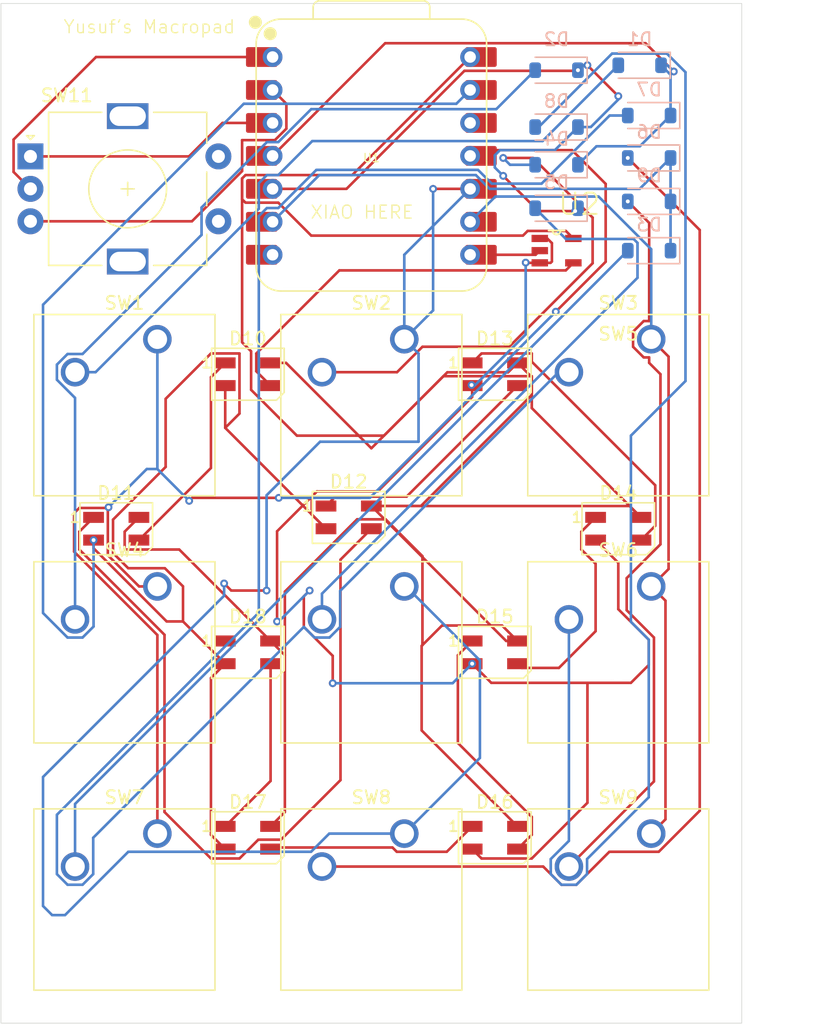
<source format=kicad_pcb>
(kicad_pcb (version 20241229) (generator "pcbnew") (generator_version "9.0")
  (layers (0 "F.Cu" signal) (2 "B.Cu" signal) (13 "F.Paste" user) (15 "B.Paste" user) (5 "F.SilkS" user "F.Silkscreen") (7 "B.SilkS" user "B.Silkscreen") (1 "F.Mask" user) (3 "B.Mask" user) (25 "Edge.Cuts" user))
  (net 0 "")
  (net 1 "Net-(D1-K)")
  (net 2 "Net-(D1-A)")
  (net 3 "Net-(D2-A)")
  (net 4 "Net-(D2-K)")
  (net 5 "Net-(D3-A)")
  (net 6 "Net-(D3-K)")
  (net 7 "Net-(D4-A)")
  (net 8 "Net-(D5-A)")
  (net 9 "Net-(D6-A)")
  (net 10 "Net-(D7-A)")
  (net 11 "Net-(D8-A)")
  (net 12 "Net-(D9-A)")
  (net 13 "Net-(D10-DOUT)")
  (net 14 "GND")
  (net 15 "Net-(D10-DIN)")
  (net 16 "+5V")
  (net 17 "Net-(D11-DOUT)")
  (net 18 "Net-(D12-DOUT)")
  (net 19 "Net-(D13-DOUT)")
  (net 20 "Net-(D14-DOUT)")
  (net 21 "Net-(D15-DOUT)")
  (net 22 "Net-(D16-DOUT)")
  (net 23 "Net-(D17-DOUT)")
  (net 25 "Net-(U1-GPIO3{slash}MOSI)")
  (net 26 "Net-(U1-GPIO4{slash}MISO)")
  (net 27 "Net-(U1-GPIO2{slash}SCK)")
  (net 28 "Net-(U1-GPIO27{slash}ADC1{slash}A1)")
  (net 29 "Net-(U1-GPIO26{slash}ADC0{slash}A0)")
  (net 30 "Net-(U1-GPIO28{slash}ADC2{slash}A2)")
  (net 31 "Net-(U1-GPIO1{slash}RX)")
  (net 33 "+3V3")
  (footprint "Button_Switch_Keyboard:SW_Cherry_MX_1.00u_PCB" (layer "F.Cu") (at 83.5025 59.21375)
    (property "Reference" "SW4")
    (property "Value" "SW_Push")
  )
  (footprint "Button_Switch_Keyboard:SW_Cherry_MX_1.00u_PCB" (layer "F.Cu") (at 102.5525 78.26375)
    (property "Reference" "SW8")
    (property "Value" "SW_Push")
  )
  (footprint "Button_Switch_Keyboard:SW_Cherry_MX_1.00u_PCB" (layer "F.Cu") (at 102.5525 59.21375)
    (property "Reference" "SW5")
    (property "Value" "SW_Push")
  )
  (footprint "LED_SMD:LED_SK6812MINI_PLCC4_3.5x3.5mm_P1.75mm" (layer "F.Cu") (at 90.4875 64.29375)
    (property "Reference" "D18")
    (property "Value" "SK6812MINI")
  )
  (footprint "rot:RotaryEncoder_Alps_EC11E-Switch_Vertical_H20mm" (layer "F.Cu") (at 73.7125 26.075)
    (property "Reference" "SW11")
    (property "Value" "RotaryEncoder")
  )
  (footprint "Button_Switch_Keyboard:SW_Cherry_MX_1.00u_PCB" (layer "F.Cu") (at 121.6025 59.21375)
    (property "Reference" "SW6")
    (property "Value" "SW_Push")
  )
  (footprint "LED_SMD:LED_SK6812MINI_PLCC4_3.5x3.5mm_P1.75mm" (layer "F.Cu") (at 98.2625 53.89375)
    (property "Reference" "D12")
    (property "Value" "SK6812MINI")
  )
  (footprint "Button_Switch_Keyboard:SW_Cherry_MX_1.00u_PCB" (layer "F.Cu") (at 121.6025 40.16375)
    (property "Reference" "SW3")
    (property "Value" "SW_Push")
  )
  (footprint "Button_Switch_Keyboard:SW_Cherry_MX_1.00u_PCB" (layer "F.Cu") (at 83.5025 40.16375)
    (property "Reference" "SW1")
    (property "Value" "SW_Push")
  )
  (footprint "LED_SMD:LED_SK6812MINI_PLCC4_3.5x3.5mm_P1.75mm" (layer "F.Cu") (at 109.5375 42.8625)
    (property "Reference" "D13")
    (property "Value" "SK6812MINI")
  )
  (footprint "LED_SMD:LED_SK6812MINI_PLCC4_3.5x3.5mm_P1.75mm" (layer "F.Cu") (at 90.4875 78.58125)
    (property "Reference" "D17")
    (property "Value" "SK6812MINI")
  )
  (footprint "LED_SMD:LED_SK6812MINI_PLCC4_3.5x3.5mm_P1.75mm" (layer "F.Cu") (at 109.5375 64.29375)
    (property "Reference" "D15")
    (property "Value" "SK6812MINI")
  )
  (footprint "LED_SMD:LED_SK6812MINI_PLCC4_3.5x3.5mm_P1.75mm" (layer "F.Cu") (at 109.5375 78.58125)
    (property "Reference" "D16")
    (property "Value" "SK6812MINI")
  )
  (footprint "Button_Switch_Keyboard:SW_Cherry_MX_1.00u_PCB" (layer "F.Cu") (at 83.5025 78.26375)
    (property "Reference" "SW7")
    (property "Value" "SW_Push")
  )
  (footprint "OPL:XIAO-RP2040-DIP" (layer "F.Cu") (at 100.0125 26.035)
    (property "Reference" "U1")
    (property "Value" "XIAO-RP2040-DIP")
  )
  (footprint "Button_Switch_Keyboard:SW_Cherry_MX_1.00u_PCB" (layer "F.Cu") (at 102.5525 40.16375)
    (property "Reference" "SW2")
    (property "Value" "SW_Push")
  )
  (footprint "thing:SOT95P280X140-5N" (layer "F.Cu") (at 114.3 33.3375)
    (property "Reference" "U2")
    (property "Value" "74AHC1G125")
  )
  (footprint "LED_SMD:LED_SK6812MINI_PLCC4_3.5x3.5mm_P1.75mm" (layer "F.Cu") (at 80.33125 54.76875)
    (property "Reference" "D11")
    (property "Value" "SK6812MINI")
  )
  (footprint "LED_SMD:LED_SK6812MINI_PLCC4_3.5x3.5mm_P1.75mm" (layer "F.Cu") (at 90.4875 42.8625)
    (property "Reference" "D10")
    (property "Value" "SK6812MINI")
  )
  (footprint "Button_Switch_Keyboard:SW_Cherry_MX_1.00u_PCB" (layer "F.Cu") (at 121.6025 78.26375)
    (property "Reference" "SW9")
    (property "Value" "SW_Push")
  )
  (footprint "LED_SMD:LED_SK6812MINI_PLCC4_3.5x3.5mm_P1.75mm" (layer "F.Cu") (at 119.0625 54.76875)
    (property "Reference" "D14")
    (property "Value" "SK6812MINI")
  )
  (footprint "Diode_SMD:D_SOD-123" (layer "B.Cu") (at 121.44375 26.19375 180)
    (property "Reference" "D6")
    (property "Value" "1N4148W")
  )
  (footprint "Diode_SMD:D_SOD-123" (layer "B.Cu") (at 114.3 23.8125 180)
    (property "Reference" "D8")
    (property "Value" "1N4148W")
  )
  (footprint "Diode_SMD:D_SOD-123" (layer "B.Cu") (at 114.3 26.71875 180)
    (property "Reference" "D4")
    (property "Value" "1N4148W")
  )
  (footprint "Diode_SMD:D_SOD-123" (layer "B.Cu") (at 114.3 19.43125 180)
    (property "Reference" "D2")
    (property "Value" "1N4148W")
  )
  (footprint "Diode_SMD:D_SOD-123" (layer "B.Cu") (at 121.44375 29.54375 180)
    (property "Reference" "D9")
    (property "Value" "1N4148W")
  )
  (footprint "Diode_SMD:D_SOD-123" (layer "B.Cu") (at 114.3 30.06875 180)
    (property "Reference" "D5")
    (property "Value" "1N4148W")
  )
  (footprint "Diode_SMD:D_SOD-123" (layer "B.Cu") (at 120.7125 19.05 180)
    (property "Reference" "D1")
    (property "Value" "1N4148W")
  )
  (footprint "Diode_SMD:D_SOD-123" (layer "B.Cu") (at 121.44375 22.92375 180)
    (property "Reference" "D7")
    (property "Value" "1N4148W")
  )
  (footprint "Diode_SMD:D_SOD-123" (layer "B.Cu") (at 121.44375 33.3375 180)
    (property "Reference" "D3")
    (property "Value" "1N4148W")
  )
  (gr_rect (start 71.4375 14.2875) (end 128.5875 92.86875) (stroke (width 0.05)) (fill no) (layer "Edge.Cuts"))
  (gr_text "Yusuf's Macropad" (at 76.2 16.66875 0) (layer "F.SilkS") (effects (font (size 1 1) (thickness 0.1)) (justify left bottom)))
  (gr_text "XIAO HERE" (at 95.25 30.95625 0) (layer "F.SilkS") (effects (font (size 1 1) (thickness 0.1)) (justify left bottom)))
  (segment (start 101.0755 17.352) (end 121.16608 17.352) (width 0.2) (layer "F.Cu") (net 1))
  (segment (start 92.3925 26.035) (end 101.0755 17.352) (width 0.2) (layer "F.Cu") (net 1))
  (segment (start 121.16608 17.352) (end 123.34454 19.53046) (width 0.2) (layer "F.Cu") (net 1))
  (via (at 123.34454 19.53046) (size 0.6) (drill 0.3) (layers "F.Cu" "B.Cu") (net 1))
  (segment (start 122.3625 19.05) (end 122.86408 19.05) (width 0.2) (layer "B.Cu") (net 1))
  (segment (start 115.95 26.71875) (end 117.376 25.29275) (width 0.2) (layer "B.Cu") (net 1))
  (segment (start 120.72475 25.29275) (end 123.09375 22.92375) (width 0.2) (layer "B.Cu") (net 1))
  (segment (start 117.376 25.29275) (end 120.72475 25.29275) (width 0.2) (layer "B.Cu") (net 1))
  (segment (start 123.09375 22.92375) (end 123.09375 19.78125) (width 0.2) (layer "B.Cu") (net 1))
  (segment (start 122.86408 19.05) (end 123.34454 19.53046) (width 0.2) (layer "B.Cu") (net 1))
  (segment (start 123.09375 19.78125) (end 122.3625 19.05) (width 0.2) (layer "B.Cu") (net 1))
  (segment (start 91.3295 28.13469) (end 91.3295 30.10759) (width 0.2) (layer "B.Cu") (net 2))
  (segment (start 113.22075 24.89175) (end 95.45306 24.89175) (width 0.2) (layer "B.Cu") (net 2))
  (segment (start 119.0625 19.05) (end 113.22075 24.89175) (width 0.2) (layer "B.Cu") (net 2))
  (segment (start 91.3295 30.10759) (end 78.73334 42.70375) (width 0.2) (layer "B.Cu") (net 2))
  (segment (start 92.83281 27.512) (end 91.95219 27.512) (width 0.2) (layer "B.Cu") (net 2))
  (segment (start 91.95219 27.512) (end 91.3295 28.13469) (width 0.2) (layer "B.Cu") (net 2))
  (segment (start 95.45306 24.89175) (end 92.83281 27.512) (width 0.2) (layer "B.Cu") (net 2))
  (segment (start 78.73334 42.70375) (end 77.1525 42.70375) (width 0.2) (layer "B.Cu") (net 2))
  (segment (start 112.65 19.43125) (end 109.64925 22.432) (width 0.2) (layer "B.Cu") (net 3))
  (segment (start 86.9115 30.01269) (end 86.9115 32.124064) (width 0.2) (layer "B.Cu") (net 3))
  (segment (start 75.7515 43.284064) (end 77.1525 44.685064) (width 0.2) (layer "B.Cu") (net 3))
  (segment (start 91.95219 24.972) (end 86.9115 30.01269) (width 0.2) (layer "B.Cu") (net 3))
  (segment (start 75.7515 42.123436) (end 75.7515 43.284064) (width 0.2) (layer "B.Cu") (net 3))
  (segment (start 76.572186 41.30275) (end 75.7515 42.123436) (width 0.2) (layer "B.Cu") (net 3))
  (segment (start 77.732814 41.30275) (end 76.572186 41.30275) (width 0.2) (layer "B.Cu") (net 3))
  (segment (start 109.64925 22.432) (end 95.37281 22.432) (width 0.2) (layer "B.Cu") (net 3))
  (segment (start 77.1525 44.685064) (end 77.1525 61.75375) (width 0.2) (layer "B.Cu") (net 3))
  (segment (start 95.37281 22.432) (end 92.83281 24.972) (width 0.2) (layer "B.Cu") (net 3))
  (segment (start 86.9115 32.124064) (end 77.732814 41.30275) (width 0.2) (layer "B.Cu") (net 3))
  (segment (start 92.83281 24.972) (end 91.95219 24.972) (width 0.2) (layer "B.Cu") (net 3))
  (segment (start 115.90325 19.478) (end 115.95 19.43125) (width 0.2) (layer "F.Cu") (net 4))
  (segment (start 107.19219 19.478) (end 115.90325 19.478) (width 0.2) (layer "F.Cu") (net 4))
  (segment (start 116.68125 19.05) (end 119.0625 21.43125) (width 0.2) (layer "F.Cu") (net 4))
  (segment (start 98.09519 28.575) (end 107.19219 19.478) (width 0.2) (layer "F.Cu") (net 4))
  (segment (start 112.89709 30.28759) (end 115.73116 30.28759) (width 0.2) (layer "F.Cu") (net 4))
  (segment (start 92.3925 28.575) (end 98.09519 28.575) (width 0.2) (layer "F.Cu") (net 4))
  (segment (start 110.1835 27.574) (end 112.89709 30.28759) (width 0.2) (layer "F.Cu") (net 4))
  (via (at 116.68125 19.05) (size 0.6) (drill 0.3) (layers "F.Cu" "B.Cu") (net 4))
  (via (at 115.73116 30.28759) (size 0.6) (drill 0.3) (layers "F.Cu" "B.Cu") (net 4))
  (via (at 119.0625 21.43125) (size 0.6) (drill 0.3) (layers "F.Cu" "B.Cu") (net 4))
  (via (at 110.1835 27.574) (size 0.6) (drill 0.3) (layers "F.Cu" "B.Cu") (net 4))
  (via (at 115.95 19.43125) (size 0.6) (drill 0.3) (layers "F.Cu" "B.Cu") (net 4))
  (segment (start 109.5375 26.928) (end 110.1835 27.574) (width 0.2) (layer "B.Cu") (net 4))
  (segment (start 116.68125 19.05) (end 116.33125 19.05) (width 0.2) (layer "B.Cu") (net 4))
  (segment (start 119.0625 21.43125) (end 119.0625 21.68904) (width 0.2) (layer "B.Cu") (net 4))
  (segment (start 119.0625 21.68904) (end 116.93904 23.8125) (width 0.2) (layer "B.Cu") (net 4))
  (segment (start 116.33125 19.05) (end 115.95 19.43125) (width 0.2) (layer "B.Cu") (net 4))
  (segment (start 109.5375 25.989807) (end 109.5375 26.928) (width 0.2) (layer "B.Cu") (net 4))
  (segment (start 109.934557 25.59275) (end 109.5375 25.989807) (width 0.2) (layer "B.Cu") (net 4))
  (segment (start 116.93904 23.8125) (end 115.95 23.8125) (width 0.2) (layer "B.Cu") (net 4))
  (segment (start 115.95 23.8125) (end 114.16975 25.59275) (width 0.2) (layer "B.Cu") (net 4))
  (segment (start 114.16975 25.59275) (end 109.934557 25.59275) (width 0.2) (layer "B.Cu") (net 4))
  (segment (start 77.1525 75.97875) (end 77.1525 80.80375) (width 0.2) (layer "B.Cu") (net 5))
  (segment (start 119.79375 33.3375) (end 77.1525 75.97875) (width 0.2) (layer "B.Cu") (net 5))
  (segment (start 120.7125 28.575) (end 109.13581 28.575) (width 0.2) (layer "B.Cu") (net 6))
  (segment (start 123.09375 29.54375) (end 123.09375 26.19375) (width 0.2) (layer "B.Cu") (net 6))
  (segment (start 109.13581 28.575) (end 108.07281 27.512) (width 0.2) (layer "B.Cu") (net 6))
  (segment (start 123.09375 26.19375) (end 120.7125 28.575) (width 0.2) (layer "B.Cu") (net 6))
  (segment (start 123.09375 33.3375) (end 123.09375 29.54375) (width 0.2) (layer "B.Cu") (net 6))
  (segment (start 108.07281 27.512) (end 95.9955 27.512) (width 0.2) (layer "B.Cu") (net 6))
  (segment (start 95.9955 27.512) (end 92.3925 31.115) (width 0.2) (layer "B.Cu") (net 6))
  (segment (start 101.993814 42.70375) (end 96.2025 42.70375) (width 0.2) (layer "F.Cu") (net 7))
  (segment (start 112.48585 26.19375) (end 117.08225 30.79015) (width 0.2) (layer "F.Cu") (net 7))
  (segment (start 110.1835 26.19375) (end 112.48585 26.19375) (width 0.2) (layer "F.Cu") (net 7))
  (segment (start 117.08225 34.30685) (end 110.645036 40.744064) (width 0.2) (layer "F.Cu") (net 7))
  (segment (start 110.645036 40.744064) (end 103.9535 40.744064) (width 0.2) (layer "F.Cu") (net 7))
  (segment (start 103.9535 40.744064) (end 101.993814 42.70375) (width 0.2) (layer "F.Cu") (net 7))
  (segment (start 117.08225 30.79015) (end 117.08225 34.30685) (width 0.2) (layer "F.Cu") (net 7))
  (via (at 110.1835 26.19375) (size 0.6) (drill 0.3) (layers "F.Cu" "B.Cu") (net 7))
  (segment (start 112.65 26.71875) (end 110.7085 26.71875) (width 0.2) (layer "B.Cu") (net 7))
  (segment (start 110.7085 26.71875) (end 110.1835 26.19375) (width 0.2) (layer "B.Cu") (net 7))
  (segment (start 120.54475 35.430186) (end 96.2025 59.772436) (width 0.2) (layer "B.Cu") (net 8))
  (segment (start 96.2025 59.772436) (end 96.2025 61.75375) (width 0.2) (layer "B.Cu") (net 8))
  (segment (start 120.24286 32.4365) (end 120.54475 32.73839) (width 0.2) (layer "B.Cu") (net 8))
  (segment (start 120.54475 32.73839) (end 120.54475 35.430186) (width 0.2) (layer "B.Cu") (net 8))
  (segment (start 112.65 30.06875) (end 115.01775 32.4365) (width 0.2) (layer "B.Cu") (net 8))
  (segment (start 115.01775 32.4365) (end 120.24286 32.4365) (width 0.2) (layer "B.Cu") (net 8))
  (segment (start 114.672186 82.20475) (end 115.832814 82.20475) (width 0.2) (layer "F.Cu") (net 9))
  (segment (start 115.832814 82.20475) (end 118.372814 79.66475) (width 0.2) (layer "F.Cu") (net 9))
  (segment (start 118.372814 79.66475) (end 122.182814 79.66475) (width 0.2) (layer "F.Cu") (net 9))
  (segment (start 122.182814 79.66475) (end 125.3435 76.504064) (width 0.2) (layer "F.Cu") (net 9))
  (segment (start 125.3435 76.504064) (end 125.3435 31.7435) (width 0.2) (layer "F.Cu") (net 9))
  (segment (start 113.271186 80.80375) (end 114.672186 82.20475) (width 0.2) (layer "F.Cu") (net 9))
  (segment (start 96.2025 80.80375) (end 113.271186 80.80375) (width 0.2) (layer "F.Cu") (net 9))
  (segment (start 125.3435 31.7435) (end 119.79375 26.19375) (width 0.2) (layer "F.Cu") (net 9))
  (via (at 119.79375 26.19375) (size 0.6) (drill 0.3) (layers "F.Cu" "B.Cu") (net 9))
  (segment (start 108.23891 27.111) (end 95.77381 27.111) (width 0.2) (layer "B.Cu") (net 10))
  (segment (start 97.6035 59.559) (end 114.45875 42.70375) (width 0.2) (layer "B.Cu") (net 10))
  (segment (start 78.5535 81.384064) (end 78.5535 78.582064) (width 0.2) (layer "B.Cu") (net 10))
  (segment (start 95.77381 27.111) (end 92.83281 30.052) (width 0.2) (layer "B.Cu") (net 10))
  (segment (start 114.45875 42.70375) (end 115.2525 42.70375) (width 0.2) (layer "B.Cu") (net 10))
  (segment (start 75.7515 81.384064) (end 76.572186 82.20475) (width 0.2) (layer "B.Cu") (net 10))
  (segment (start 113.14464 28.174) (end 109.30191 28.174) (width 0.2) (layer "B.Cu") (net 10))
  (segment (start 95.622186 63.15475) (end 96.782814 63.15475) (width 0.2) (layer "B.Cu") (net 10))
  (segment (start 94.8015 62.334064) (end 95.622186 63.15475) (width 0.2) (layer "B.Cu") (net 10))
  (segment (start 91.3295 61.23465) (end 75.7515 76.81265) (width 0.2) (layer "B.Cu") (net 10))
  (segment (start 75.7515 76.81265) (end 75.7515 81.384064) (width 0.2) (layer "B.Cu") (net 10))
  (segment (start 77.732814 82.20475) (end 78.5535 81.384064) (width 0.2) (layer "B.Cu") (net 10))
  (segment (start 119.79375 22.92375) (end 118.39489 22.92375) (width 0.2) (layer "B.Cu") (net 10))
  (segment (start 109.30191 28.174) (end 108.23891 27.111) (width 0.2) (layer "B.Cu") (net 10))
  (segment (start 97.6035 62.334064) (end 97.6035 59.559) (width 0.2) (layer "B.Cu") (net 10))
  (segment (start 91.3295 30.67469) (end 91.3295 61.23465) (width 0.2) (layer "B.Cu") (net 10))
  (segment (start 96.782814 63.15475) (end 97.6035 62.334064) (width 0.2) (layer "B.Cu") (net 10))
  (segment (start 91.95219 30.052) (end 91.3295 30.67469) (width 0.2) (layer "B.Cu") (net 10))
  (segment (start 76.572186 82.20475) (end 77.732814 82.20475) (width 0.2) (layer "B.Cu") (net 10))
  (segment (start 78.5535 78.582064) (end 94.8015 62.334064) (width 0.2) (layer "B.Cu") (net 10))
  (segment (start 92.83281 30.052) (end 91.95219 30.052) (width 0.2) (layer "B.Cu") (net 10))
  (segment (start 118.39489 22.92375) (end 113.14464 28.174) (width 0.2) (layer "B.Cu") (net 10))
  (segment (start 118.58236 18.149) (end 122.81161 18.149) (width 0.2) (layer "B.Cu") (net 11))
  (segment (start 120.036316 47.59475) (end 120.036316 61.94275) (width 0.2) (layer "B.Cu") (net 11))
  (segment (start 112.65 23.8125) (end 112.91886 23.8125) (width 0.2) (layer "B.Cu") (net 11))
  (segment (start 124.24575 43.385316) (end 120.036316 47.59475) (width 0.2) (layer "B.Cu") (net 11))
  (segment (start 113.8515 81.384064) (end 113.8515 80.223436) (width 0.2) (layer "B.Cu") (net 11))
  (segment (start 112.91886 23.8125) (end 118.58236 18.149) (width 0.2) (layer "B.Cu") (net 11))
  (segment (start 115.2525 78.822436) (end 115.2525 61.75375) (width 0.2) (layer "B.Cu") (net 11))
  (segment (start 121.4135 63.319934) (end 121.4135 75.463436) (width 0.2) (layer "B.Cu") (net 11))
  (segment (start 124.24575 19.58314) (end 124.24575 43.385316) (width 0.2) (layer "B.Cu") (net 11))
  (segment (start 116.6535 80.223436) (end 116.6535 81.384064) (width 0.2) (layer "B.Cu") (net 11))
  (segment (start 122.81161 18.149) (end 124.24575 19.58314) (width 0.2) (layer "B.Cu") (net 11))
  (segment (start 115.832814 82.20475) (end 114.672186 82.20475) (width 0.2) (layer "B.Cu") (net 11))
  (segment (start 120.036316 61.94275) (end 121.4135 63.319934) (width 0.2) (layer "B.Cu") (net 11))
  (segment (start 113.8515 80.223436) (end 115.2525 78.822436) (width 0.2) (layer "B.Cu") (net 11))
  (segment (start 116.6535 81.384064) (end 115.832814 82.20475) (width 0.2) (layer "B.Cu") (net 11))
  (segment (start 121.4135 75.463436) (end 116.6535 80.223436) (width 0.2) (layer "B.Cu") (net 11))
  (segment (start 114.672186 82.20475) (end 113.8515 81.384064) (width 0.2) (layer "B.Cu") (net 11))
  (segment (start 120.2015 40.744064) (end 120.2015 39.583436) (width 0.2) (layer "F.Cu") (net 12))
  (segment (start 121.022186 38.76275) (end 121.44375 38.76275) (width 0.2) (layer "F.Cu") (net 12))
  (segment (start 121.8145 63.153834) (end 119.7115 61.050834) (width 0.2) (layer "F.Cu") (net 12))
  (segment (start 122.3145 55.96875) (end 122.3145 42.857064) (width 0.2) (layer "F.Cu") (net 12))
  (segment (start 121.44375 31.19375) (end 119.79375 29.54375) (width 0.2) (layer "F.Cu") (net 12))
  (segment (start 121.44375 41.986314) (end 121.44375 41.56475) (width 0.2) (layer "F.Cu") (net 12))
  (segment (start 121.022186 41.56475) (end 120.2015 40.744064) (width 0.2) (layer "F.Cu") (net 12))
  (segment (start 121.44375 41.56475) (end 121.022186 41.56475) (width 0.2) (layer "F.Cu") (net 12))
  (segment (start 121.44375 38.76275) (end 121.44375 31.19375) (width 0.2) (layer "F.Cu") (net 12))
  (segment (start 119.7115 61.050834) (end 119.7115 58.57175) (width 0.2) (layer "F.Cu") (net 12))
  (segment (start 121.8145 74.24175) (end 121.8145 63.153834) (width 0.2) (layer "F.Cu") (net 12))
  (segment (start 119.7115 58.57175) (end 122.3145 55.96875) (width 0.2) (layer "F.Cu") (net 12))
  (segment (start 115.2525 80.80375) (end 121.8145 74.24175) (width 0.2) (layer "F.Cu") (net 12))
  (segment (start 122.3145 42.857064) (end 121.44375 41.986314) (width 0.2) (layer "F.Cu") (net 12))
  (segment (start 120.2015 39.583436) (end 121.022186 38.76275) (width 0.2) (layer "F.Cu") (net 12))
  (via (at 119.79375 29.54375) (size 0.6) (drill 0.3) (layers "F.Cu" "B.Cu") (net 12))
  (segment (start 87.6365 50.0885) (end 82.08125 55.64375) (width 0.2) (layer "F.Cu") (net 13))
  (segment (start 88.7375 41.9875) (end 87.6365 43.0885) (width 0.2) (layer "F.Cu") (net 13))
  (segment (start 87.6365 43.0885) (end 87.6365 50.0885) (width 0.2) (layer "F.Cu") (net 13))
  (segment (start 107.7875 44.6125) (end 100.50825 51.89175) (width 0.2) (layer "F.Cu") (net 14))
  (segment (start 85.48125 61.9125) (end 85.48125 59.211186) (width 0.2) (layer "F.Cu") (net 14))
  (segment (start 113.8396 34.2773) (end 113.0046 34.2773) (width 0.2) (layer "F.Cu") (net 14))
  (segment (start 111.93835 34.2773) (end 111.91875 34.2577) (width 0.2) (layer "F.Cu") (net 14))
  (segment (start 113.0046 32.3977) (end 113.5812 32.3977) (width 0.2) (layer "F.Cu") (net 14))
  (segment (start 80.08325 56.641614) (end 80.08325 54.06475) (width 0.2) (layer "F.Cu") (net 14))
  (segment (start 121.4135 65.267566) (end 120.036316 66.64475) (width 0.2) (layer "F.Cu") (net 14))
  (segment (start 87.6365 66.26975) (end 87.6365 78.35525) (width 0.2) (layer "F.Cu") (net 14))
  (segment (start 88.7375 65.16875) (end 87.6365 66.26975) (width 0.2) (layer "F.Cu") (net 14))
  (segment (start 84.219936 61.9125) (end 78.58125 56.273814) (width 0.2) (layer "F.Cu") (net 14))
  (segment (start 113.9406 34.1763) (end 113.8396 34.2773) (width 0.2) (layer "F.Cu") (net 14))
  (segment (start 96.5125 54.76875) (end 88.7375 46.99375) (width 0.2) (layer "F.Cu") (net 14))
  (segment (start 121.4135 63.319934) (end 121.4135 65.267566) (width 0.2) (layer "F.Cu") (net 14))
  (segment (start 89.8385 45.89275) (end 88.7375 46.99375) (width 0.2) (layer "F.Cu") (net 14))
  (segment (start 84.082814 57.81275) (end 81.254386 57.81275) (width 0.2) (layer "F.Cu") (net 14))
  (segment (start 94.8015 62.334064) (end 97.03125 64.563814) (width 0.2) (layer "F.Cu") (net 14))
  (segment (start 97.03125 64.563814) (end 97.03125 66.675) (width 0.2) (layer "F.Cu") (net 14))
  (segment (start 113.9406 32.7571) (end 113.9406 34.1763) (width 0.2) (layer "F.Cu") (net 14))
  (segment (start 95.8125 51.89175) (end 92.7385 54.96575) (width 0.2) (layer "F.Cu") (net 14))
  (segment (start 108.5135 80.18225) (end 112.3885 80.18225) (width 0.2) (layer "F.Cu") (net 14))
  (segment (start 109.2635 66.64475) (end 107.7875 65.16875) (width 0.2) (layer "F.Cu") (net 14))
  (segment (start 116.68125 66.64475) (end 109.2635 66.64475) (width 0.2) (layer "F.Cu") (net 14))
  (segment (start 94.8015 59.97975) (end 94.8015 62.334064) (width 0.2) (layer "F.Cu") (net 14))
  (segment (start 87.6365 41.2615) (end 89.8385 41.2615) (width 0.2) (layer "F.Cu") (net 14))
  (segment (start 95.4115 53.66775) (end 96.5125 54.76875) (width 0.2) (layer "F.Cu") (net 14))
  (segment (start 119.0625 60.968934) (end 121.4135 63.319934) (width 0.2) (layer "F.Cu") (net 14))
  (segment (start 107.7875 79.45625) (end 108.5135 80.18225) (width 0.2) (layer "F.Cu") (net 14))
  (segment (start 85.48125 59.211186) (end 84.082814 57.81275) (width 0.2) (layer "F.Cu") (net 14))
  (segment (start 85.48125 61.9125) (end 84.219936 61.9125) (width 0.2) (layer "F.Cu") (net 14))
  (segment (start 120.036316 66.64475) (end 116.68125 66.64475) (width 0.2) (layer "F.Cu") (net 14))
  (segment (start 116.68125 75.8895) (end 116.68125 66.64475) (width 0.2) (layer "F.Cu") (net 14))
  (segment (start 84.14175 44.75625) (end 87.6365 41.2615) (width 0.2) (layer "F.Cu") (net 14))
  (segment (start 119.0625 57.39375) (end 119.0625 60.968934) (width 0.2) (layer "F.Cu") (net 14))
  (segment (start 107.7875 43.7375) (end 107.7875 44.6125) (width 0.2) (layer "F.Cu") (net 14))
  (segment (start 89.8385 41.2615) (end 89.8385 45.89275) (width 0.2) (layer "F.Cu") (net 14))
  (segment (start 81.254386 57.81275) (end 80.08325 56.641614) (width 0.2) (layer "F.Cu") (net 14))
  (segment (start 92.7385 54.96575) (end 92.7385 61.9125) (width 0.2) (layer "F.Cu") (net 14))
  (segment (start 95.25 59.53125) (end 94.8015 59.97975) (width 0.2) (layer "F.Cu") (net 14))
  (segment (start 88.7375 65.16875) (end 85.48125 61.9125) (width 0.2) (layer "F.Cu") (net 14))
  (segment (start 80.08325 54.06475) (end 84.14175 50.00625) (width 0.2) (layer "F.Cu") (net 14))
  (segment (start 100.50825 51.89175) (end 95.8125 51.89175) (width 0.2) (layer "F.Cu") (net 14))
  (segment (start 87.6365 78.35525) (end 88.7375 79.45625) (width 0.2) (layer "F.Cu") (net 14))
  (segment (start 78.58125 56.273814) (end 78.58125 55.64375) (width 0.2) (layer "F.Cu") (net 14))
  (segment (start 95.4115 52.29275) (end 95.4115 53.66775) (width 0.2) (layer "F.Cu") (net 14))
  (segment (start 113.5812 32.3977) (end 113.9406 32.7571) (width 0.2) (layer "F.Cu") (net 14))
  (segment (start 117.3125 55.64375) (end 119.0625 57.39375) (width 0.2) (layer "F.Cu") (net 14))
  (segment (start 113.0046 34.2773) (end 111.93835 34.2773) (width 0.2) (layer "F.Cu") (net 14))
  (segment (start 95.8125 51.89175) (end 95.4115 52.29275) (width 0.2) (layer "F.Cu") (net 14))
  (segment (start 84.14175 50.00625) (end 84.14175 44.75625) (width 0.2) (layer "F.Cu") (net 14))
  (segment (start 112.3885 80.18225) (end 116.68125 75.8895) (width 0.2) (layer "F.Cu") (net 14))
  (segment (start 88.7375 46.99375) (end 88.7375 43.7375) (width 0.2) (layer "F.Cu") (net 14))
  (via (at 92.7385 61.9125) (size 0.6) (drill 0.3) (layers "F.Cu" "B.Cu") (net 14))
  (via (at 111.91875 34.2577) (size 0.6) (drill 0.3) (layers "F.Cu" "B.Cu") (net 14))
  (via (at 107.7875 65.16875) (size 0.6) (drill 0.3) (layers "F.Cu" "B.Cu") (net 14))
  (via (at 78.58125 55.64375) (size 0.6) (drill 0.3) (layers "F.Cu" "B.Cu") (net 14))
  (via (at 97.03125 66.675) (size 0.6) (drill 0.3) (layers "F.Cu" "B.Cu") (net 14))
  (via (at 95.25 59.53125) (size 0.6) (drill 0.3) (layers "F.Cu" "B.Cu") (net 14))
  (via (at 107.742095 43.692095) (size 0.6) (drill 0.3) (layers "F.Cu" "B.Cu") (net 14))
  (segment (start 97.03125 66.675) (end 106.28125 66.675) (width 0.2) (layer "B.Cu") (net 14))
  (segment (start 90.1675 22.018) (end 74.6815 37.504) (width 0.2) (layer "B.Cu") (net 14))
  (segment (start 106.28125 66.675) (end 107.7875 65.16875) (width 0.2) (layer "B.Cu") (net 14))
  (segment (start 106.5695 22.018) (end 90.1675 22.018) (width 0.2) (layer "B.Cu") (net 14))
  (segment (start 111.91875 39.79687) (end 108.004685 43.710935) (width 0.2) (layer "B.Cu") (net 14))
  (segment (start 111.91875 34.2577) (end 111.91875 39.79687) (width 0.2) (layer "B.Cu") (net 14))
  (segment (start 77.732814 63.15475) (end 78.58125 62.306314) (width 0.2) (layer "B.Cu") (net 14))
  (segment (start 74.6815 61.264064) (end 76.572186 63.15475) (width 0.2) (layer "B.Cu") (net 14))
  (segment (start 107.6325 20.955) (end 106.5695 22.018) (width 0.2) (layer "B.Cu") (net 14))
  (segment (start 92.86875 61.9125) (end 95.25 59.53125) (width 0.2) (layer "B.Cu") (net 14))
  (segment (start 74.6815 37.504) (end 74.6815 61.264064) (width 0.2) (layer "B.Cu") (net 14))
  (segment (start 76.572186 63.15475) (end 77.732814 63.15475) (width 0.2) (layer "B.Cu") (net 14))
  (segment (start 108.004685 43.710935) (end 107.985845 43.692095) (width 0.2) (layer "B.Cu") (net 14))
  (segment (start 92.7385 61.9125) (end 92.86875 61.9125) (width 0.2) (layer "B.Cu") (net 14))
  (segment (start 107.985845 43.692095) (end 107.742095 43.692095) (width 0.2) (layer "B.Cu") (net 14))
  (segment (start 78.58125 62.306314) (end 78.58125 55.64375) (width 0.2) (layer "B.Cu") (net 14))
  (segment (start 91.1365 42.6365) (end 91.1365 41.2615) (width 0.2) (layer "F.Cu") (net 15))
  (segment (start 92.2375 43.7375) (end 91.1365 42.6365) (width 0.2) (layer "F.Cu") (net 15))
  (segment (start 97.5403 34.8577) (end 115.015 34.8577) (width 0.2) (layer "F.Cu") (net 15))
  (segment (start 115.015 34.8577) (end 115.5954 34.2773) (width 0.2) (layer "F.Cu") (net 15))
  (segment (start 91.1365 41.2615) (end 97.5403 34.8577) (width 0.2) (layer "F.Cu") (net 15))
  (segment (start 119.9375 53.01875) (end 120.8125 53.89375) (width 0.2) (layer "F.Cu") (net 16))
  (segment (start 98.9115 54.04275) (end 101.1135 54.04275) (width 0.2) (layer "F.Cu") (net 16))
  (segment (start 100.0125 48.568566) (end 105.569566 43.0115) (width 0.2) (layer "F.Cu") (net 16))
  (segment (start 105.459655 62.228125) (end 110.096875 62.228125) (width 0.2) (layer "F.Cu") (net 16))
  (segment (start 90.0405 27.773374) (end 90.0405 40.4004) (width 0.2) (layer "F.Cu") (net 16))
  (segment (start 100.986316 47.59475) (end 105.867566 42.7135) (width 0.2) (layer "F.Cu") (net 16))
  (segment (start 90.301874 27.512) (end 90.0405 27.773374) (width 0.2) (layer "F.Cu") (net 16))
  (segment (start 93.3385 76.60525) (end 93.3385 64.51975) (width 0.2) (layer "F.Cu") (net 16))
  (segment (start 82.08125 53.89375) (end 80.98025 54.99475) (width 0.2) (layer "F.Cu") (net 16))
  (segment (start 98.5355 27.512) (end 90.301874 27.512) (width 0.2) (layer "F.Cu") (net 16))
  (segment (start 90.7355 41.0954) (end 90.7355 44.0625) (width 0.2) (layer "F.Cu") (net 16))
  (segment (start 112.3885 43.0885) (end 111.2875 41.9875) (width 0.2) (layer "F.Cu") (net 16))
  (segment (start 92.2375 41.9875) (end 93.431434 41.9875) (width 0.2) (layer "F.Cu") (net 16))
  (segment (start 93.431434 41.9875) (end 100.0125 48.568566) (width 0.2) (layer "F.Cu") (net 16))
  (segment (start 111.2875 63.41875) (end 110.4125 63.41875) (width 0.2) (layer "F.Cu") (net 16))
  (segment (start 112.3885 44.4635) (end 103.83325 53.01875) (width 0.2) (layer "F.Cu") (net 16))
  (segment (start 90.0405 27.773374) (end 90.0405 29.376626) (width 0.2) (layer "F.Cu") (net 16))
  (segment (start 95.37281 32.178) (end 111.7079 32.178) (width 0.2) (layer "F.Cu") (net 16))
  (segment (start 111.2875 77.70625) (end 103.8915 70.31025) (width 0.2) (layer "F.Cu") (net 16))
  (segment (start 111.7079 32.178) (end 112.0686 31.8173) (width 0.2) (layer "F.Cu") (net 16))
  (segment (start 107.6325 18.415) (end 98.5355 27.512) (width 0.2) (layer "F.Cu") (net 16))
  (segment (start 90.0405 40.4004) (end 90.7355 41.0954) (width 0.2) (layer "F.Cu") (net 16))
  (segment (start 80.98025 56.36975) (end 85.1885 56.36975) (width 0.2) (layer "F.Cu") (net 16))
  (segment (start 103.9535 63.73428) (end 103.8915 63.79628) (width 0.2) (layer "F.Cu") (net 16))
  (segment (start 103.83325 53.01875) (end 100.0125 53.01875) (width 0.2) (layer "F.Cu") (net 16))
  (segment (start 94.26775 47.59475) (end 100.986316 47.59475) (width 0.2) (layer "F.Cu") (net 16))
  (segment (start 80.98025 54.99475) (end 80.98025 56.36975) (width 0.2) (layer "F.Cu") (net 16))
  (segment (start 112.3885 45.46975) (end 112.3885 43.0885) (width 0.2) (layer "F.Cu") (net 16))
  (segment (start 90.301874 29.638) (end 92.83281 29.638) (width 0.2) (layer "F.Cu") (net 16))
  (segment (start 110.4125 63.41875) (end 100.0125 53.01875) (width 0.2) (layer "F.Cu") (net 16))
  (segment (start 120.8125 53.89375) (end 112.3885 45.46975) (width 0.2) (layer "F.Cu") (net 16))
  (segment (start 92.2375 77.70625) (end 93.3385 76.60525) (width 0.2) (layer "F.Cu") (net 16))
  (segment (start 110.5615 42.7135) (end 111.2875 41.9875) (width 0.2) (layer "F.Cu") (net 16))
  (segment (start 100.0125 53.01875) (end 119.9375 53.01875) (width 0.2) (layer "F.Cu") (net 16))
  (segment (start 93.3385 64.51975) (end 93.3385 59.61575) (width 0.2) (layer "F.Cu") (net 16))
  (segment (start 101.1135 54.04275) (end 103.9535 56.88275) (width 0.2) (layer "F.Cu") (net 16))
  (segment (start 103.8915 70.31025) (end 103.8915 63.79628) (width 0.2) (layer "F.Cu") (net 16))
  (segment (start 112.3885 43.0115) (end 112.3885 44.4635) (width 0.2) (layer "F.Cu") (net 16))
  (segment (start 90.0405 29.376626) (end 90.301874 29.638) (width 0.2) (layer "F.Cu") (net 16))
  (segment (start 93.3385 59.61575) (end 98.9115 54.04275) (width 0.2) (layer "F.Cu") (net 16))
  (segment (start 105.867566 42.7135) (end 110.5615 42.7135) (width 0.2) (layer "F.Cu") (net 16))
  (segment (start 92.83281 29.638) (end 95.37281 32.178) (width 0.2) (layer "F.Cu") (net 16))
  (segment (start 93.3385 64.51975) (end 92.2375 63.41875) (width 0.2) (layer "F.Cu") (net 16))
  (segment (start 103.8915 63.79628) (end 105.459655 62.228125) (width 0.2) (layer "F.Cu") (net 16))
  (segment (start 85.1885 56.36975) (end 92.2375 63.41875) (width 0.2) (layer "F.Cu") (net 16))
  (segment (start 90.7355 44.0625) (end 94.26775 47.59475) (width 0.2) (layer "F.Cu") (net 16))
  (segment (start 112.0686 31.8173) (end 115.015 31.8173) (width 0.2) (layer "F.Cu") (net 16))
  (segment (start 105.569566 43.0115) (end 112.3885 43.0115) (width 0.2) (layer "F.Cu") (net 16))
  (segment (start 103.9535 56.88275) (end 103.9535 63.73428) (width 0.2) (layer "F.Cu") (net 16))
  (segment (start 115.015 31.8173) (end 115.5954 32.3977) (width 0.2) (layer "F.Cu") (net 16))
  (segment (start 110.096875 62.228125) (end 111.2875 63.41875) (width 0.2) (layer "F.Cu") (net 16))
  (segment (start 91.2905 78.73025) (end 89.8385 80.18225) (width 0.2) (layer "F.Cu") (net 17))
  (segment (start 89.8385 80.18225) (end 87.6365 80.18225) (width 0.2) (layer "F.Cu") (net 17))
  (segment (start 97.63125 74.1395) (end 93.0405 78.73025) (width 0.2) (layer "F.Cu") (net 17))
  (segment (start 87.6365 80.18225) (end 84.053836 76.599586) (width 0.2) (layer "F.Cu") (net 17))
  (segment (start 100.0125 54.76875) (end 97.63125 57.15) (width 0.2) (layer "F.Cu") (net 17))
  (segment (start 77.48025 54.99475) (end 78.58125 53.89375) (width 0.2) (layer "F.Cu") (net 17))
  (segment (start 77.48025 56.36975) (end 77.48025 54.99475) (width 0.2) (layer "F.Cu") (net 17))
  (segment (start 84.053836 62.943336) (end 77.48025 56.36975) (width 0.2) (layer "F.Cu") (net 17))
  (segment (start 97.63125 57.15) (end 97.63125 74.1395) (width 0.2) (layer "F.Cu") (net 17))
  (segment (start 84.053836 76.599586) (end 84.053836 62.943336) (width 0.2) (layer "F.Cu") (net 17))
  (segment (start 93.0405 78.73025) (end 91.2905 78.73025) (width 0.2) (layer "F.Cu") (net 17))
  (segment (start 97.2385 52.29275) (end 102.73225 52.29275) (width 0.2) (layer "F.Cu") (net 18))
  (segment (start 102.73225 52.29275) (end 111.2875 43.7375) (width 0.2) (layer "F.Cu") (net 18))
  (segment (start 96.5125 53.01875) (end 97.2385 52.29275) (width 0.2) (layer "F.Cu") (net 18))
  (segment (start 108.5135 41.2615) (end 107.7875 41.9875) (width 0.2) (layer "F.Cu") (net 19))
  (segment (start 121.9135 51.419566) (end 112.3885 41.894566) (width 0.2) (layer "F.Cu") (net 19))
  (segment (start 120.8125 55.64375) (end 121.9135 54.54275) (width 0.2) (layer "F.Cu") (net 19))
  (segment (start 112.3885 41.894566) (end 112.3885 41.2615) (width 0.2) (layer "F.Cu") (net 19))
  (segment (start 121.9135 54.54275) (end 121.9135 51.419566) (width 0.2) (layer "F.Cu") (net 19))
  (segment (start 112.3885 41.2615) (end 108.5135 41.2615) (width 0.2) (layer "F.Cu") (net 19))
  (segment (start 116.2115 56.36975) (end 116.2115 54.99475) (width 0.2) (layer "F.Cu") (net 20))
  (segment (start 114.47997 65.49475) (end 117.3125 62.66222) (width 0.2) (layer "F.Cu") (net 20))
  (segment (start 117.3125 62.66222) (end 117.3125 57.47075) (width 0.2) (layer "F.Cu") (net 20))
  (segment (start 111.2875 65.16875) (end 111.6135 65.49475) (width 0.2) (layer "F.Cu") (net 20))
  (segment (start 117.3125 57.47075) (end 116.2115 56.36975) (width 0.2) (layer "F.Cu") (net 20))
  (segment (start 111.6135 65.49475) (end 114.47997 65.49475) (width 0.2) (layer "F.Cu") (net 20))
  (segment (start 116.2115 54.99475) (end 117.3125 53.89375) (width 0.2) (layer "F.Cu") (net 20))
  (segment (start 112.3885 78.35525) (end 111.2875 79.45625) (width 0.2) (layer "F.Cu") (net 21))
  (segment (start 112.3885 76.98025) (end 112.3885 78.35525) (width 0.2) (layer "F.Cu") (net 21))
  (segment (start 106.6865 64.51975) (end 106.6865 71.27825) (width 0.2) (layer "F.Cu") (net 21))
  (segment (start 107.7875 63.41875) (end 106.6865 64.51975) (width 0.2) (layer "F.Cu") (net 21))
  (segment (start 106.6865 71.27825) (end 112.3885 76.98025) (width 0.2) (layer "F.Cu") (net 21))
  (segment (start 92.359968 79.333782) (end 101.641218 79.333782) (width 0.2) (layer "F.Cu") (net 22))
  (segment (start 92.2375 79.45625) (end 92.359968 79.333782) (width 0.2) (layer "F.Cu") (net 22))
  (segment (start 105.829 79.66475) (end 107.7875 77.70625) (width 0.2) (layer "F.Cu") (net 22))
  (segment (start 101.641218 79.333782) (end 101.972186 79.66475) (width 0.2) (layer "F.Cu") (net 22))
  (segment (start 101.972186 79.66475) (end 105.829 79.66475) (width 0.2) (layer "F.Cu") (net 22))
  (segment (start 92.2375 74.20625) (end 88.7375 77.70625) (width 0.2) (layer "F.Cu") (net 23))
  (segment (start 92.2375 65.16875) (end 92.2375 74.20625) (width 0.2) (layer "F.Cu") (net 23))
  (segment (start 83.5025 62.9591) (end 77.07925 56.53585) (width 0.2) (layer "F.Cu") (net 25))
  (segment (start 92.86875 52.3875) (end 86.18603 52.3875) (width 0.2) (layer "F.Cu") (net 25))
  (segment (start 107.6325 26.035) (end 108.07475 25.59275) (width 0.2) (layer "F.Cu") (net 25))
  (segment (start 83.5025 78.26375) (end 83.5025 62.9591) (width 0.2) (layer "F.Cu") (net 25))
  (segment (start 118.088684 28.190741) (end 118.088684 34.194036) (width 0.2) (layer "F.Cu") (net 25))
  (segment (start 115.490693 25.59275) (end 118.088684 28.190741) (width 0.2) (layer "F.Cu") (net 25))
  (segment (start 77.07925 53.56875) (end 77.48025 53.16775) (width 0.2) (layer "F.Cu") (net 25))
  (segment (start 118.088684 34.194036) (end 114.24136 38.04136) (width 0.2) (layer "F.Cu") (net 25))
  (segment (start 79.68225 56.807714) (end 82.088286 59.21375) (width 0.2) (layer "F.Cu") (net 25))
  (segment (start 77.48025 53.16775) (end 79.68225 53.16775) (width 0.2) (layer "F.Cu") (net 25))
  (segment (start 108.07475 25.59275) (end 115.490693 25.59275) (width 0.2) (layer "F.Cu") (net 25))
  (segment (start 82.088286 59.21375) (end 83.5025 59.21375) (width 0.2) (layer "F.Cu") (net 25))
  (segment (start 77.07925 56.53585) (end 77.07925 53.56875) (width 0.2) (layer "F.Cu") (net 25))
  (segment (start 79.68225 53.16775) (end 79.68225 56.807714) (width 0.2) (layer "F.Cu") (net 25))
  (segment (start 86.18603 52.3875) (end 85.955515 52.618015) (width 0.2) (layer "F.Cu") (net 25))
  (via (at 92.86875 52.3875) (size 0.6) (drill 0.3) (layers "F.Cu" "B.Cu") (net 25))
  (via (at 85.955515 52.618015) (size 0.6) (drill 0.3) (layers "F.Cu" "B.Cu") (net 25))
  (via (at 79.734804 53.115196) (size 0.6) (drill 0.3) (layers "F.Cu" "B.Cu") (net 25))
  (via (at 114.24136 38.04136) (size 0.6) (drill 0.3) (layers "F.Cu" "B.Cu") (net 25))
  (segment (start 114.24136 38.04136) (end 99.89522 52.3875) (width 0.2) (layer "B.Cu") (net 25))
  (segment (start 83.5025 50.165) (end 82.685 50.165) (width 0.2) (layer "B.Cu") (net 25))
  (segment (start 99.89522 52.3875) (end 92.86875 52.3875) (width 0.2) (layer "B.Cu") (net 25))
  (segment (start 83.5025 50.165) (end 83.5025 40.16375) (width 0.2) (layer "B.Cu") (net 25))
  (segment (start 85.955515 52.618015) (end 83.5025 50.165) (width 0.2) (layer "B.Cu") (net 25))
  (segment (start 82.685 50.165) (end 79.734804 53.115196) (width 0.2) (layer "B.Cu") (net 25))
  (segment (start 89.19853 59.53125) (end 88.65239 58.98511) (width 0.2) (layer "F.Cu") (net 26))
  (segment (start 91.9295 59.53125) (end 89.19853 59.53125) (width 0.2) (layer "F.Cu") (net 26))
  (segment (start 107.6325 28.575) (end 104.775 28.575) (width 0.2) (layer "F.Cu") (net 26))
  (via (at 88.65239 58.98511) (size 0.6) (drill 0.3) (layers "F.Cu" "B.Cu") (net 26))
  (via (at 104.775 28.575) (size 0.6) (drill 0.3) (layers "F.Cu" "B.Cu") (net 26))
  (via (at 91.9295 59.53125) (size 0.6) (drill 0.3) (layers "F.Cu" "B.Cu") (net 26))
  (segment (start 75.38503 84.54475) (end 76.37997 84.54475) (width 0.2) (layer "B.Cu") (net 26))
  (segment (start 102.682443 59.21375) (end 102.5525 59.21375) (width 0.2) (layer "B.Cu") (net 26))
  (segment (start 104.775 28.575) (end 104.775 37.94125) (width 0.2) (layer "B.Cu") (net 26))
  (segment (start 104.775 37.94125) (end 102.5525 40.16375) (width 0.2) (layer "B.Cu") (net 26))
  (segment (start 88.65239 59.928676) (end 74.6815 73.899566) (width 0.2) (layer "B.Cu") (net 26))
  (segment (start 103.652499 48.063121) (end 96.054879 48.063121) (width 0.2) (layer "B.Cu") (net 26))
  (segment (start 76.37997 84.54475) (end 81.25997 79.66475) (width 0.2) (layer "B.Cu") (net 26))
  (segment (start 95.360186 79.66475) (end 96.761186 78.26375) (width 0.2) (layer "B.Cu") (net 26))
  (segment (start 96.761186 78.26375) (end 102.5525 78.26375) (width 0.2) (layer "B.Cu") (net 26))
  (segment (start 102.5525 40.16375) (end 103.652499 41.263749) (width 0.2) (layer "B.Cu") (net 26))
  (segment (start 81.25997 79.66475) (end 95.360186 79.66475) (width 0.2) (layer "B.Cu") (net 26))
  (segment (start 102.5525 40.16375) (end 102.5525 33.655) (width 0.2) (layer "B.Cu") (net 26))
  (segment (start 108.3885 64.919807) (end 102.682443 59.21375) (width 0.2) (layer "B.Cu") (net 26))
  (segment (start 102.5525 78.26375) (end 108.3885 72.42775) (width 0.2) (layer "B.Cu") (net 26))
  (segment (start 103.652499 41.263749) (end 103.652499 48.063121) (width 0.2) (layer "B.Cu") (net 26))
  (segment (start 96.054879 48.063121) (end 91.9295 52.1885) (width 0.2) (layer "B.Cu") (net 26))
  (segment (start 74.6815 73.899566) (end 74.6815 83.84122) (width 0.2) (layer "B.Cu") (net 26))
  (segment (start 88.65239 58.98511) (end 88.65239 59.928676) (width 0.2) (layer "B.Cu") (net 26))
  (segment (start 74.6815 83.84122) (end 75.38503 84.54475) (width 0.2) (layer "B.Cu") (net 26))
  (segment (start 91.9295 52.1885) (end 91.9295 59.53125) (width 0.2) (layer "B.Cu") (net 26))
  (segment (start 108.3885 72.42775) (end 108.3885 64.919807) (width 0.2) (layer "B.Cu") (net 26))
  (segment (start 102.5525 33.655) (end 107.6325 28.575) (width 0.2) (layer "B.Cu") (net 26))
  (segment (start 122.9415 41.50275) (end 122.9415 57.87475) (width 0.2) (layer "F.Cu") (net 27))
  (segment (start 122.702499 77.163751) (end 122.702499 60.313749) (width 0.2) (layer "F.Cu") (net 27))
  (segment (start 122.702499 60.313749) (end 121.6025 59.21375) (width 0.2) (layer "F.Cu") (net 27))
  (segment (start 122.9415 57.87475) (end 121.6025 59.21375) (width 0.2) (layer "F.Cu") (net 27))
  (segment (start 121.6025 40.16375) (end 122.9415 41.50275) (width 0.2) (layer "F.Cu") (net 27))
  (segment (start 121.6025 78.26375) (end 122.702499 77.163751) (width 0.2) (layer "F.Cu") (net 27))
  (segment (start 107.6325 31.115) (end 109.57975 29.16775) (width 0.2) (layer "B.Cu") (net 27))
  (segment (start 121.6025 33.22904) (end 121.6025 40.16375) (width 0.2) (layer "B.Cu") (net 27))
  (segment (start 109.57975 29.16775) (end 117.54121 29.16775) (width 0.2) (layer "B.Cu") (net 27))
  (segment (start 117.54121 29.16775) (end 121.6025 33.22904) (width 0.2) (layer "B.Cu") (net 27))
  (segment (start 90.0405 24.819374) (end 92.571436 24.819374) (width 0.2) (layer "F.Cu") (net 28))
  (segment (start 73.7125 31.075) (end 86.171774 31.075) (width 0.2) (layer "F.Cu") (net 28))
  (segment (start 86.171774 31.075) (end 90.0405 27.206274) (width 0.2) (layer "F.Cu") (net 28))
  (segment (start 90.0405 27.206274) (end 90.0405 24.819374) (width 0.2) (layer "F.Cu") (net 28))
  (segment (start 93.4555 23.93531) (end 93.4555 22.018) (width 0.2) (layer "F.Cu") (net 28))
  (segment (start 92.571436 24.819374) (end 93.4555 23.93531) (width 0.2) (layer "F.Cu") (net 28))
  (segment (start 93.4555 22.018) (end 92.3925 20.955) (width 0.2) (layer "F.Cu") (net 28))
  (segment (start 72.4115 27.274) (end 72.4115 24.774) (width 0.2) (layer "F.Cu") (net 29))
  (segment (start 72.4115 24.774) (end 78.7705 18.415) (width 0.2) (layer "F.Cu") (net 29))
  (segment (start 73.7125 28.575) (end 72.4115 27.274) (width 0.2) (layer "F.Cu") (net 29))
  (segment (start 78.7705 18.415) (end 92.3925 18.415) (width 0.2) (layer "F.Cu") (net 29))
  (segment (start 88.5235 23.495) (end 92.3925 23.495) (width 0.2) (layer "F.Cu") (net 30))
  (segment (start 73.7125 26.075) (end 85.9435 26.075) (width 0.2) (layer "F.Cu") (net 30))
  (segment (start 85.9435 26.075) (end 88.5235 23.495) (width 0.2) (layer "F.Cu") (net 30))
  (segment (start 107.6325 33.655) (end 112.6871 33.655) (width 0.2) (layer "F.Cu") (net 31))
  (segment (start 112.6871 33.655) (end 113.0046 33.3375) (width 0.2) (layer "F.Cu") (net 31))
)
</source>
